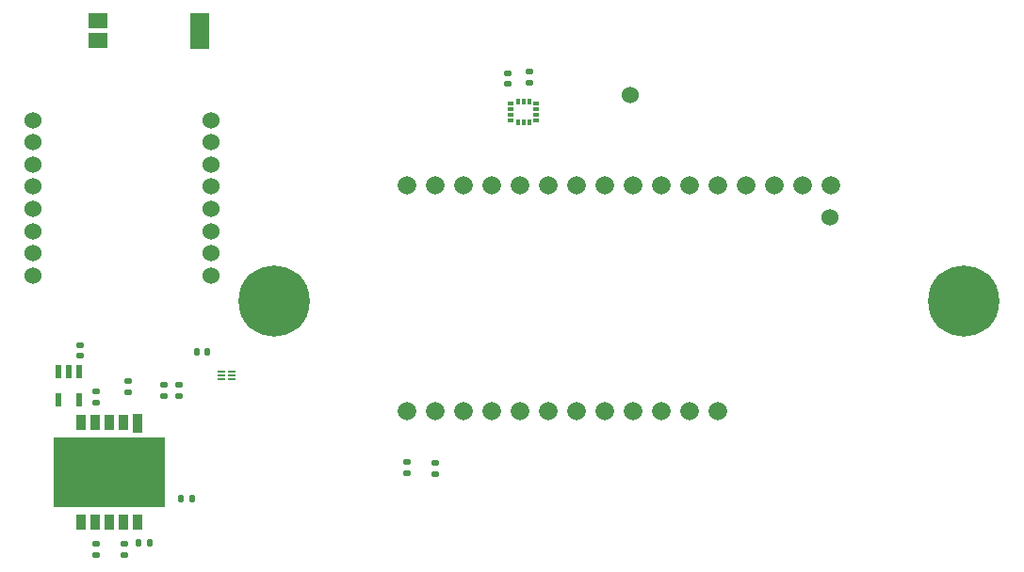
<source format=gbr>
%TF.GenerationSoftware,KiCad,Pcbnew,(6.0.1-0)*%
%TF.CreationDate,2022-02-24T13:14:33-08:00*%
%TF.ProjectId,Dog_Tracker,446f675f-5472-4616-936b-65722e6b6963,rev?*%
%TF.SameCoordinates,Original*%
%TF.FileFunction,Soldermask,Top*%
%TF.FilePolarity,Negative*%
%FSLAX46Y46*%
G04 Gerber Fmt 4.6, Leading zero omitted, Abs format (unit mm)*
G04 Created by KiCad (PCBNEW (6.0.1-0)) date 2022-02-24 13:14:33*
%MOMM*%
%LPD*%
G01*
G04 APERTURE LIST*
G04 Aperture macros list*
%AMRoundRect*
0 Rectangle with rounded corners*
0 $1 Rounding radius*
0 $2 $3 $4 $5 $6 $7 $8 $9 X,Y pos of 4 corners*
0 Add a 4 corners polygon primitive as box body*
4,1,4,$2,$3,$4,$5,$6,$7,$8,$9,$2,$3,0*
0 Add four circle primitives for the rounded corners*
1,1,$1+$1,$2,$3*
1,1,$1+$1,$4,$5*
1,1,$1+$1,$6,$7*
1,1,$1+$1,$8,$9*
0 Add four rect primitives between the rounded corners*
20,1,$1+$1,$2,$3,$4,$5,0*
20,1,$1+$1,$4,$5,$6,$7,0*
20,1,$1+$1,$6,$7,$8,$9,0*
20,1,$1+$1,$8,$9,$2,$3,0*%
G04 Aperture macros list end*
%ADD10RoundRect,0.135000X-0.185000X0.135000X-0.185000X-0.135000X0.185000X-0.135000X0.185000X0.135000X0*%
%ADD11RoundRect,0.135000X0.185000X-0.135000X0.185000X0.135000X-0.185000X0.135000X-0.185000X-0.135000X0*%
%ADD12R,0.864000X1.676000*%
%ADD13R,0.864000X1.422000*%
%ADD14R,10.008000X6.350000*%
%ADD15C,1.524000*%
%ADD16R,1.700000X1.450000*%
%ADD17R,1.700000X3.200000*%
%ADD18RoundRect,0.140000X0.170000X-0.140000X0.170000X0.140000X-0.170000X0.140000X-0.170000X-0.140000X0*%
%ADD19C,1.665000*%
%ADD20R,0.762000X0.203200*%
%ADD21R,0.575000X0.350000*%
%ADD22R,0.350000X0.575000*%
%ADD23RoundRect,0.135000X-0.135000X-0.185000X0.135000X-0.185000X0.135000X0.185000X-0.135000X0.185000X0*%
%ADD24RoundRect,0.140000X0.140000X0.170000X-0.140000X0.170000X-0.140000X-0.170000X0.140000X-0.170000X0*%
%ADD25R,0.600000X1.150000*%
%ADD26RoundRect,0.140000X-0.140000X-0.170000X0.140000X-0.170000X0.140000X0.170000X-0.140000X0.170000X0*%
%ADD27C,6.400000*%
G04 APERTURE END LIST*
D10*
%TO.C,R7*%
X83700000Y-118690000D03*
X83700000Y-119710000D03*
%TD*%
%TO.C,R8*%
X81150000Y-118640000D03*
X81150000Y-119660000D03*
%TD*%
D11*
%TO.C,R2*%
X59300000Y-112710000D03*
X59300000Y-111690000D03*
%TD*%
D12*
%TO.C,U3*%
X56989999Y-115169000D03*
D13*
X55719999Y-115042000D03*
X54449999Y-115042000D03*
X53179999Y-115042000D03*
X51909999Y-115042000D03*
D14*
X54449999Y-119527000D03*
D13*
X51909999Y-124012000D03*
X53179999Y-124012000D03*
X54449999Y-124012000D03*
X55719999Y-124012000D03*
X56989999Y-124012000D03*
%TD*%
D10*
%TO.C,R1*%
X60650000Y-111700000D03*
X60650000Y-112720000D03*
%TD*%
D15*
%TO.C,U2*%
X63550000Y-101850000D03*
X63550000Y-99850000D03*
X63550000Y-97850000D03*
X63550000Y-95850000D03*
X63550000Y-93850000D03*
X63550000Y-91850000D03*
X63550000Y-89850000D03*
X63550000Y-87850000D03*
X47550000Y-87850000D03*
X47550000Y-89850000D03*
X47550000Y-91850000D03*
X47550000Y-93850000D03*
X47550000Y-95850000D03*
X47550000Y-97850000D03*
X47550000Y-99850000D03*
X47550000Y-101850000D03*
%TD*%
D16*
%TO.C,AE1*%
X53430000Y-80695000D03*
D17*
X62530000Y-79820000D03*
D16*
X53430000Y-78945000D03*
%TD*%
D10*
%TO.C,R4*%
X55749999Y-126007000D03*
X55749999Y-127027000D03*
%TD*%
%TO.C,R3*%
X53249999Y-125967000D03*
X53249999Y-126987000D03*
%TD*%
D11*
%TO.C,R5*%
X56100000Y-112370000D03*
X56100000Y-111350000D03*
%TD*%
D18*
%TO.C,C4*%
X90262500Y-84605000D03*
X90262500Y-83645000D03*
%TD*%
%TO.C,C3*%
X92212500Y-84475000D03*
X92212500Y-83515000D03*
%TD*%
%TO.C,C1*%
X51800000Y-109060000D03*
X51800000Y-108100000D03*
%TD*%
D19*
%TO.C,IC1*%
X81200000Y-93740000D03*
X83740000Y-93740000D03*
X86280000Y-93740000D03*
X88820000Y-93740000D03*
X91360000Y-93740000D03*
X93900000Y-93740000D03*
X96440000Y-93740000D03*
X98980000Y-93740000D03*
X101520000Y-93740000D03*
X104060000Y-93740000D03*
X106600000Y-93740000D03*
X109140000Y-93740000D03*
X111680000Y-93740000D03*
X114220000Y-93740000D03*
X116760000Y-93740000D03*
X119300000Y-93740000D03*
X109140000Y-114060000D03*
X106600000Y-114060000D03*
X104060000Y-114060000D03*
X101520000Y-114060000D03*
X98980000Y-114060000D03*
X96440000Y-114060000D03*
X93900000Y-114060000D03*
X91360000Y-114060000D03*
X88820000Y-114060000D03*
X86280000Y-114060000D03*
X83740000Y-114060000D03*
X81200000Y-114060000D03*
%TD*%
D20*
%TO.C,U5*%
X64485600Y-110450000D03*
X64485600Y-110805600D03*
X64485600Y-111161200D03*
X65400000Y-111161200D03*
X65400000Y-110805600D03*
X65400000Y-110450000D03*
%TD*%
D21*
%TO.C,U6*%
X92800000Y-87875000D03*
X92800000Y-87375000D03*
X92800000Y-86875000D03*
X92800000Y-86375000D03*
D22*
X92137500Y-86212500D03*
X91637500Y-86212500D03*
X91137500Y-86212500D03*
D21*
X90475000Y-86375000D03*
X90475000Y-86875000D03*
X90475000Y-87375000D03*
X90475000Y-87875000D03*
D22*
X91137500Y-88037500D03*
X91637500Y-88037500D03*
X92137500Y-88037500D03*
%TD*%
D18*
%TO.C,C2*%
X53200000Y-113250000D03*
X53200000Y-112290000D03*
%TD*%
D23*
%TO.C,R6*%
X57050000Y-125900000D03*
X58070000Y-125900000D03*
%TD*%
D24*
%TO.C,C6*%
X63258500Y-108750000D03*
X62298500Y-108750000D03*
%TD*%
D25*
%TO.C,U1*%
X51749999Y-110527000D03*
X50799999Y-110527000D03*
X49849999Y-110527000D03*
X49849999Y-113027000D03*
X51749999Y-113027000D03*
%TD*%
D26*
%TO.C,C5*%
X60870000Y-121950000D03*
X61830000Y-121950000D03*
%TD*%
D27*
%TO.C,LS1*%
X131250000Y-104100000D03*
X69250000Y-104100000D03*
D15*
X101266000Y-85558000D03*
X119173000Y-96607000D03*
%TD*%
M02*

</source>
